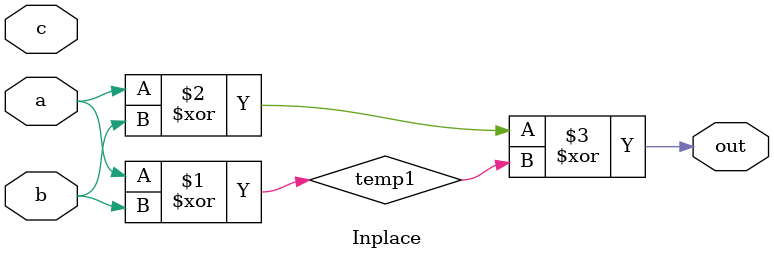
<source format=sv>
module Inplace(input logic a, b,c,
                 output logic out);

    logic temp1, temp2;

    assign temp1 = a ^ b;
    assign out = a ^ b ^ temp1;

endmodule
</source>
